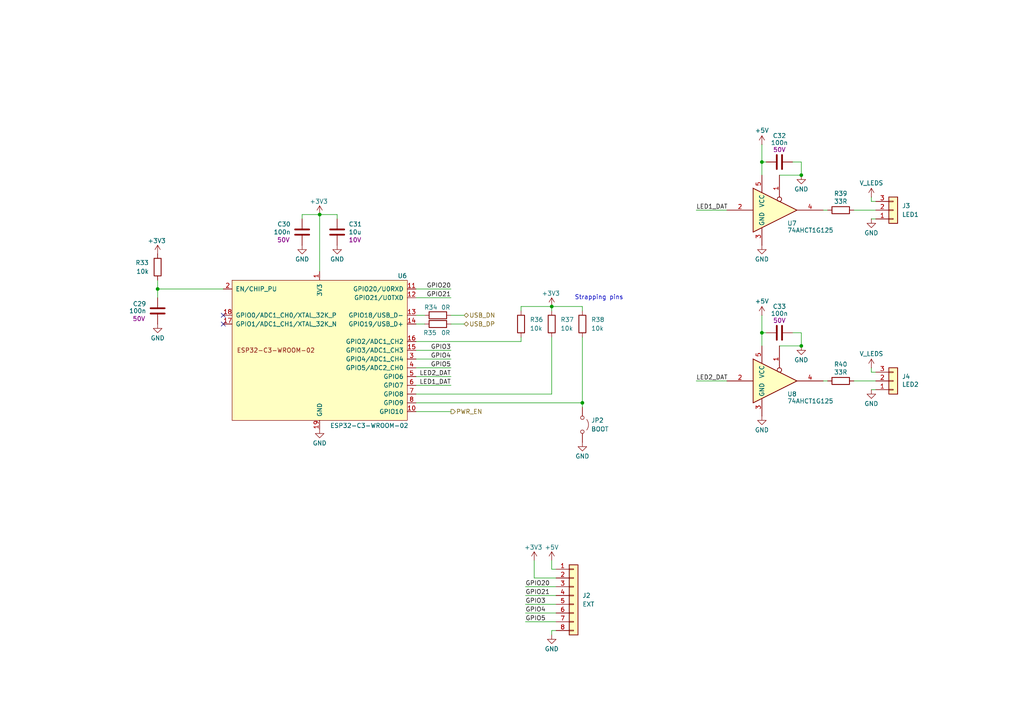
<source format=kicad_sch>
(kicad_sch (version 20250114) (generator "eeschema") (generator_version "9.0")
  (paper "A4")
  (title_block (title "USB-C WLED controller") (rev "1.0") (comment 1 "Resistors 1% tolerance"))
  (lib_symbols
    (symbol "74xGxx:74AHCT1G125"
      (property "Reference" "U" (at -2.54 3.81 0))
      (property "Value" "74AHCT1G125" (at 0 -3.81 0))
      (symbol "74AHCT1G125_0_1"
        (polyline (pts (xy -7.62 6.35) (xy -7.62 -6.35) (xy 5.08 0) (xy -7.62 6.35)) (stroke (width 0.254)) (fill (type background)))
      )
      (symbol "74AHCT1G125_1_1"
        (pin input line (at -15.24 0 0) (length 7.62) (name "~") (number "2"))
        (pin power_in line (at -5.08 10.16 270) (length 5.08) (name "VCC") (number "5"))
        (pin power_in line (at -5.08 -10.16 90) (length 5.08) (name "GND") (number "3"))
        (pin input inverted (at 0 10.16 270) (length 7.62) (name "~") (number "1"))
        (pin tri_state line (at 12.7 0 180) (length 7.62) (name "~") (number "4"))
      )
    )
    (symbol "Connector_Generic:Conn_01x03" (pin_names (offset 1.016) (hide yes))
      (property "Reference" "J" (at 0 5.08 0))
      (property "Value" "Conn_01x03" (at 0 -5.08 0))
      (symbol "Conn_01x03_1_1"
        (rectangle (start -1.27 3.81) (end 1.27 -3.81) (stroke (width 0.254)) (fill (type background)))
        (rectangle (start -1.27 2.667) (end 0 2.413) (stroke (width 0.1524)))
        (rectangle (start -1.27 0.127) (end 0 -0.127) (stroke (width 0.1524)))
        (rectangle (start -1.27 -2.413) (end 0 -2.667) (stroke (width 0.1524)))
        (pin passive line (at -5.08 2.54 0) (length 3.81) (name "Pin_1") (number "1"))
        (pin passive line (at -5.08 0 0) (length 3.81) (name "Pin_2") (number "2"))
        (pin passive line (at -5.08 -2.54 0) (length 3.81) (name "Pin_3") (number "3"))
      )
    )
    (symbol "Connector_Generic:Conn_01x08" (pin_names (offset 1.016) (hide yes))
      (property "Reference" "J" (at 0 10.16 0))
      (property "Value" "Conn_01x08" (at 0 -12.7 0))
      (symbol "Conn_01x08_1_1"
        (rectangle (start -1.27 8.89) (end 1.27 -11.43) (stroke (width 0.254)) (fill (type background)))
        (rectangle (start -1.27 7.747) (end 0 7.493) (stroke (width 0.1524)))
        (rectangle (start -1.27 5.207) (end 0 4.953) (stroke (width 0.1524)))
        (rectangle (start -1.27 2.667) (end 0 2.413) (stroke (width 0.1524)))
        (rectangle (start -1.27 0.127) (end 0 -0.127) (stroke (width 0.1524)))
        (rectangle (start -1.27 -2.413) (end 0 -2.667) (stroke (width 0.1524)))
        (rectangle (start -1.27 -4.953) (end 0 -5.207) (stroke (width 0.1524)))
        (rectangle (start -1.27 -7.493) (end 0 -7.747) (stroke (width 0.1524)))
        (rectangle (start -1.27 -10.033) (end 0 -10.287) (stroke (width 0.1524)))
        (pin passive line (at -5.08 7.62 0) (length 3.81) (name "Pin_1") (number "1"))
        (pin passive line (at -5.08 5.08 0) (length 3.81) (name "Pin_2") (number "2"))
        (pin passive line (at -5.08 2.54 0) (length 3.81) (name "Pin_3") (number "3"))
        (pin passive line (at -5.08 0 0) (length 3.81) (name "Pin_4") (number "4"))
        (pin passive line (at -5.08 -2.54 0) (length 3.81) (name "Pin_5") (number "5"))
        (pin passive line (at -5.08 -5.08 0) (length 3.81) (name "Pin_6") (number "6"))
        (pin passive line (at -5.08 -7.62 0) (length 3.81) (name "Pin_7") (number "7"))
        (pin passive line (at -5.08 -10.16 0) (length 3.81) (name "Pin_8") (number "8"))
      )
    )
    (symbol "Device:C" (pin_numbers (hide yes)) (pin_names (offset 0.254))
      (property "Reference" "C" (at 0.635 2.54 0))
      (property "Value" "C" (at 0.635 -2.54 0))
      (symbol "C_0_1"
        (polyline (pts (xy -2.032 0.762) (xy 2.032 0.762)) (stroke (width 0.508)))
        (polyline (pts (xy -2.032 -0.762) (xy 2.032 -0.762)) (stroke (width 0.508)))
      )
      (symbol "C_1_1"
        (pin passive line (at 0 3.81 270) (length 2.794) (name "~") (number "1"))
        (pin passive line (at 0 -3.81 90) (length 2.794) (name "~") (number "2"))
      )
    )
    (symbol "Device:R" (pin_numbers (hide yes)) (pin_names (offset 0))
      (property "Reference" "R" (at 2.032 0 90))
      (property "Value" "R" (at 0 0 90))
      (symbol "R_0_1"
        (rectangle (start -1.016 -2.54) (end 1.016 2.54) (stroke (width 0.254)))
      )
      (symbol "R_1_1"
        (pin passive line (at 0 3.81 270) (length 1.27) (name "~") (number "1"))
        (pin passive line (at 0 -3.81 90) (length 1.27) (name "~") (number "2"))
      )
    )
    (symbol "Jumper:Jumper_2_Open" (pin_numbers (hide yes)) (pin_names (offset 0) (hide yes)) (exclude_from_sim yes)
      (property "Reference" "JP" (at 0 2.794 0))
      (property "Value" "Jumper_2_Open" (at 0 -2.286 0))
      (symbol "Jumper_2_Open_0_0"
        (circle (center -2.032 0) (radius 0.508))
        (circle (center 2.032 0) (radius 0.508))
      )
      (symbol "Jumper_2_Open_0_1"
        (arc (start -1.524 1.27) (mid 0 1.778) (end 1.524 1.27))
      )
      (symbol "Jumper_2_Open_1_1"
        (pin passive line (at -5.08 0 0) (length 2.54) (name "A") (number "1"))
        (pin passive line (at 5.08 0 180) (length 2.54) (name "B") (number "2"))
      )
    )
    (symbol "PCM_Espressif:ESP32-C3-WROOM-02" (pin_names (offset 1.016))
      (property "Reference" "U" (at -25.4 25.4 0))
      (property "Value" "ESP32-C3-WROOM-02" (at -25.4 22.86 0))
      (symbol "ESP32-C3-WROOM-02_0_0"
        (text "ESP32-C3-WROOM-02" (at -12.7 0 0) (effects (font (size 1.27 1.27))))
      )
      (symbol "ESP32-C3-WROOM-02_0_1"
        (rectangle (start 25.4 20.32) (end -25.4 -20.32) (fill (type background)))
      )
      (symbol "ESP32-C3-WROOM-02_1_1"
        (pin input line (at -27.94 17.78 0) (length 2.54) (name "EN/CHIP_PU") (number "2"))
        (pin bidirectional line (at -27.94 10.16 0) (length 2.54) (name "GPIO0/ADC1_CH0/XTAL_32K_P") (number "18"))
        (pin bidirectional line (at -27.94 7.62 0) (length 2.54) (name "GPIO1/ADC1_CH1/XTAL_32K_N") (number "17"))
        (pin power_in line (at 0 22.86 270) (length 2.54) (name "3V3") (number "1"))
        (pin power_in line (at 0 -22.86 90) (length 2.54) (name "GND") (number "19"))
        (pin passive line (at 0 -22.86 90) (length 2.54) (hide yes) (name "GND") (number "9"))
        (pin bidirectional line (at 27.94 17.78 180) (length 2.54) (name "GPIO20/U0RXD") (number "11"))
        (pin bidirectional line (at 27.94 15.24 180) (length 2.54) (name "GPIO21/U0TXD") (number "12"))
        (pin bidirectional line (at 27.94 10.16 180) (length 2.54) (name "GPIO18/USB_D-") (number "13"))
        (pin bidirectional line (at 27.94 7.62 180) (length 2.54) (name "GPIO19/USB_D+") (number "14"))
        (pin bidirectional line (at 27.94 2.54 180) (length 2.54) (name "GPIO2/ADC1_CH2") (number "16"))
        (pin bidirectional line (at 27.94 0 180) (length 2.54) (name "GPIO3/ADC1_CH3") (number "15"))
        (pin bidirectional line (at 27.94 -2.54 180) (length 2.54) (name "GPIO4/ADC1_CH4") (number "3"))
        (pin bidirectional line (at 27.94 -5.08 180) (length 2.54) (name "GPIO5/ADC2_CH0") (number "4"))
        (pin bidirectional line (at 27.94 -7.62 180) (length 2.54) (name "GPIO6") (number "5"))
        (pin bidirectional line (at 27.94 -10.16 180) (length 2.54) (name "GPIO7") (number "6"))
        (pin bidirectional line (at 27.94 -12.7 180) (length 2.54) (name "GPIO8") (number "7"))
        (pin bidirectional line (at 27.94 -15.24 180) (length 2.54) (name "GPIO9") (number "8"))
        (pin bidirectional line (at 27.94 -17.78 180) (length 2.54) (name "GPIO10") (number "10"))
      )
    )
    (symbol "power:+3V3" (power) (pin_numbers (hide yes)) (pin_names (offset 0) (hide yes))
      (property "Value" "+3V3" (at 0 3.556 0))
      (symbol "+3V3_0_1"
        (polyline (pts (xy -0.762 1.27) (xy 0 2.54)))
        (polyline (pts (xy 0 2.54) (xy 0.762 1.27)))
        (polyline (pts (xy 0 0) (xy 0 2.54)))
      )
      (symbol "+3V3_1_1"
        (pin power_in line (at 0 0 90) (length 0) (name "~") (number "1"))
      )
    )
    (symbol "power:+5V" (power) (pin_numbers (hide yes)) (pin_names (offset 0) (hide yes))
      (property "Value" "+5V" (at 0 3.556 0))
      (symbol "+5V_0_1"
        (polyline (pts (xy -0.762 1.27) (xy 0 2.54)))
        (polyline (pts (xy 0 2.54) (xy 0.762 1.27)))
        (polyline (pts (xy 0 0) (xy 0 2.54)))
      )
      (symbol "+5V_1_1"
        (pin power_in line (at 0 0 90) (length 0) (name "~") (number "1"))
      )
    )
    (symbol "power:GND" (power) (pin_numbers (hide yes)) (pin_names (offset 0) (hide yes))
      (property "Value" "GND" (at 0 -3.81 0))
      (symbol "GND_0_1"
        (polyline (pts (xy 0 0) (xy 0 -1.27) (xy 1.27 -1.27) (xy 0 -2.54) (xy -1.27 -1.27) (xy 0 -1.27)))
      )
      (symbol "GND_1_1"
        (pin power_in line (at 0 0 270) (length 0) (name "~") (number "1"))
      )
    )
    (symbol "power:VDC" (power) (pin_numbers (hide yes)) (pin_names (offset 0) (hide yes))
      (property "Value" "VDC" (at 0 3.556 0))
      (symbol "VDC_0_1"
        (polyline (pts (xy -0.762 1.27) (xy 0 2.54)))
        (polyline (pts (xy 0 2.54) (xy 0.762 1.27)))
        (polyline (pts (xy 0 0) (xy 0 2.54)))
      )
      (symbol "VDC_1_1"
        (pin power_in line (at 0 0 90) (length 0) (name "~") (number "1"))
      )
    )
  )
  (text "Strapping pins" (at 173.736 86.36 0) (effects (font (size 1.27 1.27))))
  (junction (at 220.98 96.52))
  (junction (at 220.98 46.99))
  (junction (at 92.71 62.23))
  (junction (at 160.02 88.9))
  (junction (at 168.91 116.84))
  (junction (at 45.72 83.82))
  (junction (at 232.41 50.8))
  (junction (at 232.41 100.33))
  (no_connect (at 64.77 91.44))
  (no_connect (at 64.77 93.98))
  (wire (pts (xy 220.98 96.52) (xy 222.25 96.52)))
  (wire (pts (xy 226.06 50.8) (xy 232.41 50.8)))
  (wire (pts (xy 232.41 96.52) (xy 232.41 100.33)))
  (wire (pts (xy 240.03 110.49) (xy 238.76 110.49)))
  (wire (pts (xy 232.41 46.99) (xy 232.41 50.8)))
  (wire (pts (xy 120.65 109.22) (xy 130.81 109.22)))
  (wire (pts (xy 64.77 83.82) (xy 45.72 83.82)))
  (wire (pts (xy 160.02 114.3) (xy 160.02 97.79)))
  (wire (pts (xy 252.73 63.5) (xy 254 63.5)))
  (wire (pts (xy 152.4 175.26) (xy 161.29 175.26)))
  (wire (pts (xy 160.02 182.88) (xy 160.02 184.15)))
  (wire (pts (xy 120.65 91.44) (xy 123.19 91.44)))
  (wire (pts (xy 161.29 182.88) (xy 160.02 182.88)))
  (wire (pts (xy 151.13 90.17) (xy 151.13 88.9)))
  (wire (pts (xy 120.65 106.68) (xy 130.81 106.68)))
  (wire (pts (xy 161.29 165.1) (xy 160.02 165.1)))
  (wire (pts (xy 168.91 116.84) (xy 168.91 97.79)))
  (wire (pts (xy 220.98 91.44) (xy 220.98 96.52)))
  (wire (pts (xy 154.94 162.56) (xy 154.94 167.64)))
  (wire (pts (xy 152.4 180.34) (xy 161.29 180.34)))
  (wire (pts (xy 152.4 177.8) (xy 161.29 177.8)))
  (wire (pts (xy 252.73 106.68) (xy 252.73 107.95)))
  (wire (pts (xy 220.98 96.52) (xy 220.98 100.33)))
  (wire (pts (xy 92.71 62.23) (xy 87.63 62.23)))
  (wire (pts (xy 45.72 83.82) (xy 45.72 86.36)))
  (wire (pts (xy 220.98 46.99) (xy 220.98 50.8)))
  (wire (pts (xy 220.98 41.91) (xy 220.98 46.99)))
  (wire (pts (xy 45.72 81.28) (xy 45.72 83.82)))
  (wire (pts (xy 152.4 170.18) (xy 161.29 170.18)))
  (wire (pts (xy 151.13 99.06) (xy 151.13 97.79)))
  (wire (pts (xy 92.71 78.74) (xy 92.71 62.23)))
  (wire (pts (xy 168.91 88.9) (xy 168.91 90.17)))
  (wire (pts (xy 152.4 172.72) (xy 161.29 172.72)))
  (wire (pts (xy 252.73 58.42) (xy 254 58.42)))
  (wire (pts (xy 120.65 83.82) (xy 130.81 83.82)))
  (wire (pts (xy 160.02 88.9) (xy 160.02 90.17)))
  (wire (pts (xy 160.02 162.56) (xy 160.02 165.1)))
  (wire (pts (xy 254 107.95) (xy 252.73 107.95)))
  (wire (pts (xy 120.65 104.14) (xy 130.81 104.14)))
  (wire (pts (xy 201.93 110.49) (xy 210.82 110.49)))
  (wire (pts (xy 226.06 100.33) (xy 232.41 100.33)))
  (wire (pts (xy 201.93 60.96) (xy 210.82 60.96)))
  (wire (pts (xy 229.87 46.99) (xy 232.41 46.99)))
  (wire (pts (xy 240.03 60.96) (xy 238.76 60.96)))
  (wire (pts (xy 220.98 46.99) (xy 222.25 46.99)))
  (wire (pts (xy 130.81 93.98) (xy 134.62 93.98)))
  (wire (pts (xy 252.73 57.15) (xy 252.73 58.42)))
  (wire (pts (xy 154.94 167.64) (xy 161.29 167.64)))
  (wire (pts (xy 247.65 110.49) (xy 254 110.49)))
  (wire (pts (xy 252.73 113.03) (xy 254 113.03)))
  (wire (pts (xy 120.65 111.76) (xy 130.81 111.76)))
  (wire (pts (xy 130.81 91.44) (xy 134.62 91.44)))
  (wire (pts (xy 120.65 119.38) (xy 130.81 119.38)))
  (wire (pts (xy 120.65 86.36) (xy 130.81 86.36)))
  (wire (pts (xy 120.65 114.3) (xy 160.02 114.3)))
  (wire (pts (xy 92.71 62.23) (xy 97.79 62.23)))
  (wire (pts (xy 120.65 93.98) (xy 123.19 93.98)))
  (wire (pts (xy 168.91 116.84) (xy 168.91 118.11)))
  (wire (pts (xy 229.87 96.52) (xy 232.41 96.52)))
  (wire (pts (xy 120.65 116.84) (xy 168.91 116.84)))
  (wire (pts (xy 247.65 60.96) (xy 254 60.96)))
  (wire (pts (xy 120.65 99.06) (xy 151.13 99.06)))
  (wire (pts (xy 120.65 101.6) (xy 130.81 101.6)))
  (wire (pts (xy 160.02 88.9) (xy 168.91 88.9)))
  (wire (pts (xy 87.63 62.23) (xy 87.63 63.5)))
  (wire (pts (xy 151.13 88.9) (xy 160.02 88.9)))
  (wire (pts (xy 97.79 62.23) (xy 97.79 63.5)))
  (label "GPIO20" (at 152.4 170.18 0))
  (label "GPIO4" (at 130.81 104.14 180))
  (label "LED1_DAT" (at 201.93 60.96 0))
  (label "GPIO5" (at 152.4 180.34 0))
  (label "LED1_DAT" (at 130.81 111.76 180))
  (label "GPIO4" (at 152.4 177.8 0))
  (label "GPIO3" (at 130.81 101.6 180))
  (label "GPIO5" (at 130.81 106.68 180))
  (label "GPIO20" (at 130.81 83.82 180))
  (label "LED2_DAT" (at 201.93 110.49 0))
  (label "LED2_DAT" (at 130.81 109.22 180))
  (label "GPIO3" (at 152.4 175.26 0))
  (label "GPIO21" (at 152.4 172.72 0))
  (label "GPIO21" (at 130.81 86.36 180))
  (hierarchical_label "PWR_EN" (shape output) (at 130.81 119.38 0))
  (hierarchical_label "USB_DN" (shape bidirectional) (at 134.62 91.44 0))
  (hierarchical_label "USB_DP" (shape bidirectional) (at 134.62 93.98 0))
  (symbol (lib_id "Device:R") (at 45.72 77.47 0) (mirror y) (unit 1)
    (property "Reference" "R33" (at 43.18 76.1999 0) (effects (justify left)))
    (property "Value" "10k" (at 43.18 78.7399 0) (effects (justify left)))
    (property "Footprint" "Resistor_SMD:R_0603_1608Metric" (effects (hide yes)))
    (property "Datasheet" "https://jlcpcb.com/partdetail/26547-0603WAF1002T5E/C25804" (effects (hide yes)))
    (property "Description" "Resistor" (effects (hide yes)))
    (property "JLCPCB" "C25804" (effects (hide yes)))
    (property "Voltage" "-" (effects (hide yes)))
  )
  (symbol (lib_id "Jumper:Jumper_2_Open") (at 168.91 123.19 270) (unit 1) (exclude_from_sim yes)
    (property "Reference" "JP2" (at 171.45 121.9199 90) (effects (justify left)))
    (property "Value" "BOOT" (at 171.45 124.4599 90) (effects (justify left)))
    (property "Footprint" "Connector_PinHeader_2.54mm:PinHeader_1x02_P2.54mm_Vertical" (effects (hide yes)))
    (property "Datasheet" "https://jlcpcb.com/partdetail/Xfcn-PZ254V_1102P/C492401" (effects (hide yes)))
    (property "Description" "Jumper, 2-pole, open" (effects (hide yes)))
    (property "JLCPCB" "C492401" (effects (hide yes)))
    (property "Voltage" "-" (effects (hide yes)))
  )
  (symbol (lib_id "Device:C") (at 226.06 96.52 90) (mirror x) (unit 1)
    (property "Reference" "C33" (at 226.06 88.9 90))
    (property "Value" "100n" (at 226.06 90.932 90))
    (property "Footprint" "Capacitor_SMD:C_0603_1608Metric" (effects (hide yes)))
    (property "Datasheet" "https://jlcpcb.com/partdetail/Yageo-CC0603KRX7R9BB104/C14663" (effects (hide yes)))
    (property "Description" "Unpolarized capacitor" (effects (hide yes)))
    (property "JLCPCB" "C14663" (effects (hide yes)))
    (property "Voltage" "50V" (at 226.06 92.964 90))
  )
  (symbol (lib_id "power:GND") (at 92.71 124.46 0) (unit 1)
    (property "Reference" "#PWR037" (effects (hide yes)))
    (property "Value" "GND" (at 92.71 128.524 0))
    (property "Description" "Power symbol creates a global label with name \"GND\" , ground" (effects (hide yes)))
  )
  (symbol (lib_id "power:GND") (at 232.41 50.8 0) (unit 1)
    (property "Reference" "#PWR048" (effects (hide yes)))
    (property "Value" "GND" (at 232.41 54.864 0))
    (property "Description" "Power symbol creates a global label with name \"GND\" , ground" (effects (hide yes)))
  )
  (symbol (lib_id "power:+5V") (at 160.02 162.56 0) (unit 1)
    (property "Reference" "#PWR041" (effects (hide yes)))
    (property "Value" "+5V" (at 160.02 158.75 0))
    (property "Description" "Power symbol creates a global label with name \"+5V\"" (effects (hide yes)))
  )
  (symbol (lib_id "74xGxx:74AHCT1G125") (at 226.06 110.49 0) (unit 1)
    (property "Reference" "U8" (at 228.346 114.3 0) (effects (justify left)))
    (property "Value" "74AHCT1G125" (at 228.346 116.332 0) (effects (justify left)))
    (property "Footprint" "Package_TO_SOT_SMD:SOT-353_SC-70-5" (effects (hide yes)))
    (property "Datasheet" "https://jlcpcb.com/partdetail/DiodesIncorporated-74AHCT1G125SE7/C151417" (effects (hide yes)))
    (property "Description" "Single Buffer Gate Tri-State, Low-Voltage CMOS" (effects (hide yes)))
    (property "JLCPCB" "C151417" (effects (hide yes)))
    (property "Voltage" "-" (effects (hide yes)))
  )
  (symbol (lib_id "power:GND") (at 220.98 120.65 0) (unit 1)
    (property "Reference" "#PWR047" (effects (hide yes)))
    (property "Value" "GND" (at 220.98 124.714 0))
    (property "Description" "Power symbol creates a global label with name \"GND\" , ground" (effects (hide yes)))
  )
  (symbol (lib_id "Connector_Generic:Conn_01x08") (at 166.37 172.72 0) (unit 1)
    (property "Reference" "J2" (at 168.91 172.7199 0) (effects (justify left)))
    (property "Value" "EXT" (at 168.91 175.2599 0) (effects (justify left)))
    (property "Footprint" "Connector_PinHeader_2.54mm:PinHeader_1x08_P2.54mm_Vertical" (effects (hide yes)))
    (property "Description" "Generic connector, single row, 01x08, script generated (kicad-library-utils/schlib/autogen/connector/)" (effects (hide yes)))
  )
  (symbol (lib_id "Device:R") (at 243.84 110.49 90) (unit 1)
    (property "Reference" "R40" (at 243.84 105.664 90))
    (property "Value" "33R" (at 243.84 107.95 90))
    (property "Footprint" "Resistor_SMD:R_0603_1608Metric" (effects (hide yes)))
    (property "Datasheet" "https://jlcpcb.com/partdetail/23867-0603WAF330JT5E/C23140" (effects (hide yes)))
    (property "Description" "Resistor" (effects (hide yes)))
    (property "JLCPCB" "C23140" (effects (hide yes)))
    (property "Voltage" "-" (effects (hide yes)))
  )
  (symbol (lib_id "Device:C") (at 87.63 67.31 0) (mirror y) (unit 1)
    (property "Reference" "C30" (at 84.328 65.0241 0) (effects (justify left)))
    (property "Value" "100n" (at 84.328 67.31 0) (effects (justify left)))
    (property "Footprint" "Capacitor_SMD:C_0603_1608Metric" (effects (hide yes)))
    (property "Datasheet" "https://jlcpcb.com/partdetail/Yageo-CC0603KRX7R9BB104/C14663" (effects (hide yes)))
    (property "Description" "Unpolarized capacitor" (effects (hide yes)))
    (property "JLCPCB" "C14663" (effects (hide yes)))
    (property "Voltage" "50V" (at 84.074 69.5961 0) (effects (justify left)))
  )
  (symbol (lib_id "power:GND") (at 252.73 113.03 0) (unit 1)
    (property "Reference" "#PWR053" (effects (hide yes)))
    (property "Value" "GND" (at 252.73 117.094 0))
    (property "Description" "Power symbol creates a global label with name \"GND\" , ground" (effects (hide yes)))
  )
  (symbol (lib_id "power:+5V") (at 220.98 91.44 0) (unit 1)
    (property "Reference" "#PWR046" (effects (hide yes)))
    (property "Value" "+5V" (at 220.98 87.376 0))
    (property "Description" "Power symbol creates a global label with name \"+5V\"" (effects (hide yes)))
  )
  (symbol (lib_id "power:GND") (at 252.73 63.5 0) (unit 1)
    (property "Reference" "#PWR051" (effects (hide yes)))
    (property "Value" "GND" (at 252.73 67.564 0))
    (property "Description" "Power symbol creates a global label with name \"GND\" , ground" (effects (hide yes)))
  )
  (symbol (lib_id "power:VDC") (at 252.73 106.68 0) (unit 1)
    (property "Reference" "#PWR052" (effects (hide yes)))
    (property "Value" "V_LEDS" (at 252.73 102.616 0))
    (property "Description" "Power symbol creates a global label with name \"VDC\"" (effects (hide yes)))
  )
  (symbol (lib_id "power:GND") (at 97.79 71.12 0) (unit 1)
    (property "Reference" "#PWR038" (effects (hide yes)))
    (property "Value" "GND" (at 97.79 75.184 0))
    (property "Description" "Power symbol creates a global label with name \"GND\" , ground" (effects (hide yes)))
  )
  (symbol (lib_id "Device:C") (at 45.72 90.17 0) (mirror y) (unit 1)
    (property "Reference" "C29" (at 42.418 88.1381 0) (effects (justify left)))
    (property "Value" "100n" (at 42.418 90.17 0) (effects (justify left)))
    (property "Footprint" "Capacitor_SMD:C_0603_1608Metric" (effects (hide yes)))
    (property "Datasheet" "https://jlcpcb.com/partdetail/Yageo-CC0603KRX7R9BB104/C14663" (effects (hide yes)))
    (property "Description" "Unpolarized capacitor" (effects (hide yes)))
    (property "JLCPCB" "C14663" (effects (hide yes)))
    (property "Voltage" "50V" (at 42.164 92.4561 0) (effects (justify left)))
  )
  (symbol (lib_id "power:GND") (at 87.63 71.12 0) (unit 1)
    (property "Reference" "#PWR035" (effects (hide yes)))
    (property "Value" "GND" (at 87.63 75.184 0))
    (property "Description" "Power symbol creates a global label with name \"GND\" , ground" (effects (hide yes)))
  )
  (symbol (lib_id "Device:R") (at 127 91.44 90) (unit 1)
    (property "Reference" "R34" (at 124.968 89.154 90))
    (property "Value" "0R" (at 129.286 89.154 90))
    (property "Footprint" "Resistor_SMD:R_0603_1608Metric" (effects (hide yes)))
    (property "Datasheet" "https://jlcpcb.com/partdetail/21903-0603WAF0000T5E/C21189" (effects (hide yes)))
    (property "Description" "Resistor" (effects (hide yes)))
    (property "JLCPCB" "C23162" (effects (hide yes)))
    (property "Voltage" "-" (effects (hide yes)))
  )
  (symbol (lib_id "power:+3V3") (at 45.72 73.66 0) (unit 1)
    (property "Reference" "#PWR033" (effects (hide yes)))
    (property "Value" "+3V3" (at 45.466 69.85 0))
    (property "Description" "Power symbol creates a global label with name \"+3V3\"" (effects (hide yes)))
  )
  (symbol (lib_id "power:VDC") (at 252.73 57.15 0) (unit 1)
    (property "Reference" "#PWR050" (effects (hide yes)))
    (property "Value" "V_LEDS" (at 252.73 53.086 0))
    (property "Description" "Power symbol creates a global label with name \"VDC\"" (effects (hide yes)))
  )
  (symbol (lib_id "Device:R") (at 151.13 93.98 0) (unit 1)
    (property "Reference" "R36" (at 153.67 92.7099 0) (effects (justify left)))
    (property "Value" "10k" (at 153.67 95.2499 0) (effects (justify left)))
    (property "Footprint" "Resistor_SMD:R_0603_1608Metric" (effects (hide yes)))
    (property "Datasheet" "https://jlcpcb.com/partdetail/26547-0603WAF1002T5E/C25804" (effects (hide yes)))
    (property "Description" "Resistor" (effects (hide yes)))
    (property "JLCPCB" "C25804" (effects (hide yes)))
    (property "Voltage" "-" (effects (hide yes)))
  )
  (symbol (lib_id "power:+3V3") (at 160.02 88.9 0) (unit 1)
    (property "Reference" "#PWR040" (effects (hide yes)))
    (property "Value" "+3V3" (at 159.766 85.09 0))
    (property "Description" "Power symbol creates a global label with name \"+3V3\"" (effects (hide yes)))
  )
  (symbol (lib_id "Device:R") (at 243.84 60.96 90) (unit 1)
    (property "Reference" "R39" (at 243.84 56.134 90))
    (property "Value" "33R" (at 243.84 58.42 90))
    (property "Footprint" "Resistor_SMD:R_0603_1608Metric" (effects (hide yes)))
    (property "Datasheet" "https://jlcpcb.com/partdetail/23867-0603WAF330JT5E/C23140" (effects (hide yes)))
    (property "Description" "Resistor" (effects (hide yes)))
    (property "JLCPCB" "C23140" (effects (hide yes)))
    (property "Voltage" "-" (effects (hide yes)))
  )
  (symbol (lib_id "Device:R") (at 127 93.98 90) (unit 1)
    (property "Reference" "R35" (at 124.714 96.52 90))
    (property "Value" "0R" (at 129.286 96.52 90))
    (property "Footprint" "Resistor_SMD:R_0603_1608Metric" (effects (hide yes)))
    (property "Datasheet" "https://jlcpcb.com/partdetail/21903-0603WAF0000T5E/C21189" (effects (hide yes)))
    (property "Description" "Resistor" (effects (hide yes)))
    (property "JLCPCB" "C23162" (effects (hide yes)))
    (property "Voltage" "-" (effects (hide yes)))
  )
  (symbol (lib_id "power:GND") (at 220.98 71.12 0) (unit 1)
    (property "Reference" "#PWR045" (effects (hide yes)))
    (property "Value" "GND" (at 220.98 75.184 0))
    (property "Description" "Power symbol creates a global label with name \"GND\" , ground" (effects (hide yes)))
  )
  (symbol (lib_id "Connector_Generic:Conn_01x03") (at 259.08 60.96 0) (mirror x) (unit 1)
    (property "Reference" "J3" (at 261.62 59.69 0) (effects (justify left)))
    (property "Value" "LED1" (at 261.62 62.23 0) (effects (justify left)))
    (property "Footprint" "Connector_Phoenix_MSTB:PhoenixContact_MSTBA_2,5_3-G-5,08_1x03_P5.08mm_Horizontal" (effects (hide yes)))
    (property "Datasheet" "https://jlcpcb.com/partdetail/Ningbo_KangnexElec-WJ2EDGRC_5_083P/C8377" (effects (hide yes)))
    (property "Description" "Generic connector, single row, 01x03, script generated (kicad-library-utils/schlib/autogen/connector/)" (effects (hide yes)))
    (property "JLCPCB" "C8377" (effects (hide yes)))
    (property "Voltage" "-" (effects (hide yes)))
  )
  (symbol (lib_id "power:+3V3") (at 92.71 62.23 0) (unit 1)
    (property "Reference" "#PWR036" (effects (hide yes)))
    (property "Value" "+3V3" (at 92.456 58.42 0))
    (property "Description" "Power symbol creates a global label with name \"+3V3\"" (effects (hide yes)))
  )
  (symbol (lib_id "Device:C") (at 226.06 46.99 90) (mirror x) (unit 1)
    (property "Reference" "C32" (at 226.06 39.37 90))
    (property "Value" "100n" (at 226.06 41.402 90))
    (property "Footprint" "Capacitor_SMD:C_0603_1608Metric" (effects (hide yes)))
    (property "Datasheet" "https://jlcpcb.com/partdetail/Yageo-CC0603KRX7R9BB104/C14663" (effects (hide yes)))
    (property "Description" "Unpolarized capacitor" (effects (hide yes)))
    (property "JLCPCB" "C14663" (effects (hide yes)))
    (property "Voltage" "50V" (at 226.06 43.434 90))
  )
  (symbol (lib_id "Device:R") (at 168.91 93.98 0) (unit 1)
    (property "Reference" "R38" (at 171.45 92.7099 0) (effects (justify left)))
    (property "Value" "10k" (at 171.45 95.2499 0) (effects (justify left)))
    (property "Footprint" "Resistor_SMD:R_0603_1608Metric" (effects (hide yes)))
    (property "Datasheet" "https://jlcpcb.com/partdetail/26547-0603WAF1002T5E/C25804" (effects (hide yes)))
    (property "Description" "Resistor" (effects (hide yes)))
    (property "JLCPCB" "C25804" (effects (hide yes)))
    (property "Voltage" "-" (effects (hide yes)))
  )
  (symbol (lib_id "power:+3V3") (at 154.94 162.56 0) (unit 1)
    (property "Reference" "#PWR039" (effects (hide yes)))
    (property "Value" "+3V3" (at 154.686 158.75 0))
    (property "Description" "Power symbol creates a global label with name \"+3V3\"" (effects (hide yes)))
  )
  (symbol (lib_id "Device:C") (at 97.79 67.31 0) (unit 1)
    (property "Reference" "C31" (at 101.092 65.024 0) (effects (justify left)))
    (property "Value" "10u" (at 101.092 67.31 0) (effects (justify left)))
    (property "Footprint" "Capacitor_SMD:C_0603_1608Metric" (effects (hide yes)))
    (property "Datasheet" "https://jlcpcb.com/partdetail/20411-CL10A106KP8NNNC/C19702" (effects (hide yes)))
    (property "Description" "Unpolarized capacitor" (effects (hide yes)))
    (property "JLCPCB" "C19702" (effects (hide yes)))
    (property "Voltage" "10V" (at 101.092 69.596 0) (effects (justify left)))
  )
  (symbol (lib_id "Connector_Generic:Conn_01x03") (at 259.08 110.49 0) (mirror x) (unit 1)
    (property "Reference" "J4" (at 261.62 109.22 0) (effects (justify left)))
    (property "Value" "LED2" (at 261.62 111.506 0) (effects (justify left)))
    (property "Footprint" "Connector_Phoenix_MSTB:PhoenixContact_MSTBA_2,5_3-G-5,08_1x03_P5.08mm_Horizontal" (effects (hide yes)))
    (property "Datasheet" "https://jlcpcb.com/partdetail/Ningbo_KangnexElec-WJ2EDGRC_5_083P/C8377" (effects (hide yes)))
    (property "Description" "Generic connector, single row, 01x03, script generated (kicad-library-utils/schlib/autogen/connector/)" (effects (hide yes)))
    (property "JLCPCB" "C8377" (effects (hide yes)))
    (property "Voltage" "-" (effects (hide yes)))
  )
  (symbol (lib_id "Device:R") (at 160.02 93.98 0) (unit 1)
    (property "Reference" "R37" (at 162.56 92.7099 0) (effects (justify left)))
    (property "Value" "10k" (at 162.56 95.2499 0) (effects (justify left)))
    (property "Footprint" "Resistor_SMD:R_0603_1608Metric" (effects (hide yes)))
    (property "Datasheet" "https://jlcpcb.com/partdetail/26547-0603WAF1002T5E/C25804" (effects (hide yes)))
    (property "Description" "Resistor" (effects (hide yes)))
    (property "JLCPCB" "C25804" (effects (hide yes)))
    (property "Voltage" "-" (effects (hide yes)))
  )
  (symbol (lib_id "power:+5V") (at 220.98 41.91 0) (unit 1)
    (property "Reference" "#PWR044" (effects (hide yes)))
    (property "Value" "+5V" (at 220.98 37.846 0))
    (property "Description" "Power symbol creates a global label with name \"+5V\"" (effects (hide yes)))
  )
  (symbol (lib_id "power:GND") (at 168.91 128.27 0) (unit 1)
    (property "Reference" "#PWR043" (effects (hide yes)))
    (property "Value" "GND" (at 168.91 132.334 0))
    (property "Description" "Power symbol creates a global label with name \"GND\" , ground" (effects (hide yes)))
  )
  (symbol (lib_id "PCM_Espressif:ESP32-C3-WROOM-02") (at 92.71 101.6 0) (unit 1)
    (property "Reference" "U6" (at 115.316 80.01 0) (effects (justify left)))
    (property "Value" "ESP32-C3-WROOM-02" (at 95.758 123.444 0) (effects (justify left)))
    (property "Footprint" "PCM_Espressif:ESP32-C3-WROOM-02" (effects (hide yes)))
    (property "Datasheet" "https://jlcpcb.com/partdetail/3281215-ESP32_C3_WROOM_02N4/C2934560" (effects (hide yes)))
    (property "Description" "ESP32-C3-WROOM-02 is a general-purpose Wi-Fi and Bluetooth LE module. This module features a rich set of peripherals and high performance, which makes it an ideal choice for smart home, industrial automation, health care, consumer electronics, etc." (effects (hide yes)))
    (property "JLCPCB" "C2934560" (effects (hide yes)))
    (property "Voltage" "-" (effects (hide yes)))
  )
  (symbol (lib_id "power:GND") (at 160.02 184.15 0) (unit 1)
    (property "Reference" "#PWR042" (effects (hide yes)))
    (property "Value" "GND" (at 160.02 188.214 0))
    (property "Description" "Power symbol creates a global label with name \"GND\" , ground" (effects (hide yes)))
  )
  (symbol (lib_id "power:GND") (at 45.72 93.98 0) (unit 1)
    (property "Reference" "#PWR034" (effects (hide yes)))
    (property "Value" "GND" (at 45.72 98.044 0))
    (property "Description" "Power symbol creates a global label with name \"GND\" , ground" (effects (hide yes)))
  )
  (symbol (lib_id "74xGxx:74AHCT1G125") (at 226.06 60.96 0) (unit 1)
    (property "Reference" "U7" (at 228.346 64.77 0) (effects (justify left)))
    (property "Value" "74AHCT1G125" (at 228.346 66.802 0) (effects (justify left)))
    (property "Footprint" "Package_TO_SOT_SMD:SOT-353_SC-70-5" (effects (hide yes)))
    (property "Datasheet" "https://jlcpcb.com/partdetail/DiodesIncorporated-74AHCT1G125SE7/C151417" (effects (hide yes)))
    (property "Description" "Single Buffer Gate Tri-State, Low-Voltage CMOS" (effects (hide yes)))
    (property "JLCPCB" "C151417" (effects (hide yes)))
    (property "Voltage" "-" (effects (hide yes)))
  )
  (symbol (lib_id "power:GND") (at 232.41 100.33 0) (unit 1)
    (property "Reference" "#PWR049" (effects (hide yes)))
    (property "Value" "GND" (at 232.41 104.394 0))
    (property "Description" "Power symbol creates a global label with name \"GND\" , ground" (effects (hide yes)))
  )
)
</source>
